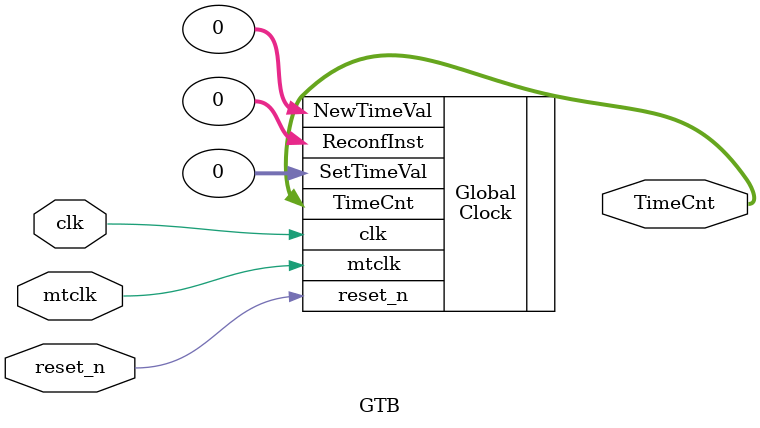
<source format=v>
`timescale 1ns / 1ps


module GTB( input wire clk,
            input wire reset_n,
            input wire mtclk,
           // input wire SetTimeVal,
           // input wire[63:0]NewTimeVal,
            //input wire ReconfInst,
            output wire[63:0]TimeCnt 
            );

  
Clock   Global(

    .clk(clk),          
    .reset_n(reset_n),      
    //macro tick input
    .mtclk(mtclk),
    //-- state-set of the counter vector
    .SetTimeVal(0),   
    .NewTimeVal(0),   
    //-- reconfiguration instant to issue switch to new value
    .ReconfInst(0),   
    //-- the outgoing counter vector
	.TimeCnt(TimeCnt)		
);






endmodule


</source>
